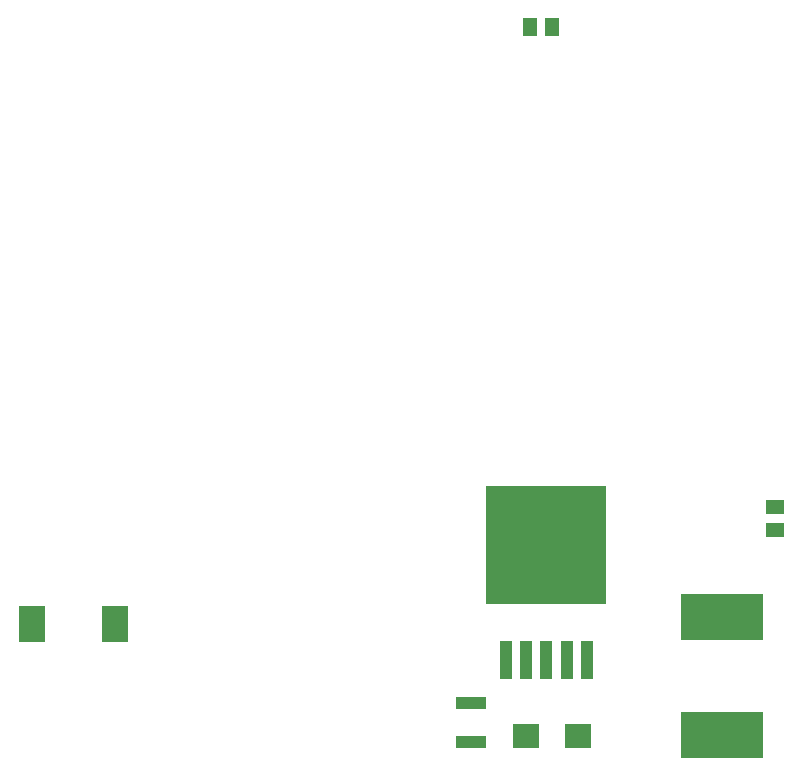
<source format=gtp>
G04*
G04 #@! TF.GenerationSoftware,Altium Limited,Altium Designer,19.1.8 (144)*
G04*
G04 Layer_Color=8421504*
%FSLAX24Y24*%
%MOIN*%
G70*
G01*
G75*
%ADD22R,0.0512X0.0591*%
%ADD23R,0.0591X0.0512*%
%ADD24R,0.2756X0.1575*%
%ADD25R,0.0858X0.0835*%
%ADD26R,0.0400X0.1260*%
%ADD27R,0.4000X0.3976*%
%ADD28R,0.0866X0.1240*%
%ADD29R,0.1024X0.0433*%
D22*
X29606Y35039D02*
D03*
X28858D02*
D03*
D23*
X37049Y19043D02*
D03*
Y18295D02*
D03*
D24*
X35276Y15394D02*
D03*
Y11457D02*
D03*
D25*
X28734Y11417D02*
D03*
X30478D02*
D03*
D26*
X28078Y13962D02*
D03*
X28749D02*
D03*
X29418D02*
D03*
X30089D02*
D03*
X30759D02*
D03*
D27*
X29418Y17779D02*
D03*
D28*
X12274Y15138D02*
D03*
X15030D02*
D03*
D29*
X26890Y11220D02*
D03*
Y12520D02*
D03*
M02*

</source>
